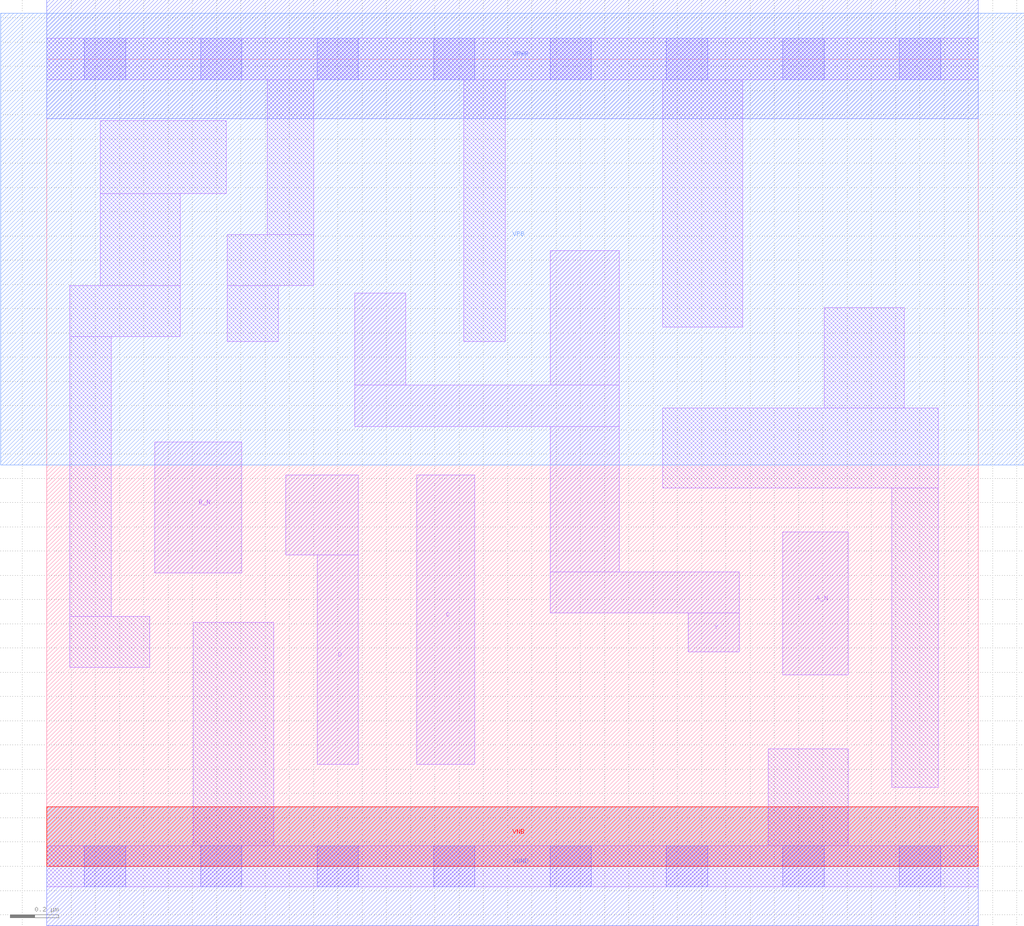
<source format=lef>
# Copyright 2020 The SkyWater PDK Authors
#
# Licensed under the Apache License, Version 2.0 (the "License");
# you may not use this file except in compliance with the License.
# You may obtain a copy of the License at
#
#     https://www.apache.org/licenses/LICENSE-2.0
#
# Unless required by applicable law or agreed to in writing, software
# distributed under the License is distributed on an "AS IS" BASIS,
# WITHOUT WARRANTIES OR CONDITIONS OF ANY KIND, either express or implied.
# See the License for the specific language governing permissions and
# limitations under the License.
#
# SPDX-License-Identifier: Apache-2.0

VERSION 5.7 ;
  NOWIREEXTENSIONATPIN ON ;
  DIVIDERCHAR "/" ;
  BUSBITCHARS "[]" ;
MACRO sky130_fd_sc_lp__nand4bb_m
  CLASS CORE ;
  FOREIGN sky130_fd_sc_lp__nand4bb_m ;
  ORIGIN  0.000000  0.000000 ;
  SIZE  3.840000 BY  3.330000 ;
  SYMMETRY X Y R90 ;
  SITE unit ;
  PIN A_N
    ANTENNAGATEAREA  0.126000 ;
    DIRECTION INPUT ;
    USE SIGNAL ;
    PORT
      LAYER li1 ;
        RECT 3.035000 0.790000 3.305000 1.380000 ;
    END
  END A_N
  PIN B_N
    ANTENNAGATEAREA  0.126000 ;
    DIRECTION INPUT ;
    USE SIGNAL ;
    PORT
      LAYER li1 ;
        RECT 0.445000 1.210000 0.805000 1.750000 ;
    END
  END B_N
  PIN C
    ANTENNAGATEAREA  0.126000 ;
    DIRECTION INPUT ;
    USE SIGNAL ;
    PORT
      LAYER li1 ;
        RECT 1.525000 0.420000 1.765000 1.615000 ;
    END
  END C
  PIN D
    ANTENNAGATEAREA  0.126000 ;
    DIRECTION INPUT ;
    USE SIGNAL ;
    PORT
      LAYER li1 ;
        RECT 0.985000 1.285000 1.285000 1.615000 ;
        RECT 1.115000 0.420000 1.285000 1.285000 ;
    END
  END D
  PIN Y
    ANTENNADIFFAREA  0.377700 ;
    DIRECTION OUTPUT ;
    USE SIGNAL ;
    PORT
      LAYER li1 ;
        RECT 1.270000 1.815000 2.360000 1.985000 ;
        RECT 1.270000 1.985000 1.480000 2.365000 ;
        RECT 2.075000 1.045000 2.855000 1.215000 ;
        RECT 2.075000 1.215000 2.360000 1.815000 ;
        RECT 2.075000 1.985000 2.360000 2.540000 ;
        RECT 2.645000 0.885000 2.855000 1.045000 ;
    END
  END Y
  PIN VGND
    DIRECTION INOUT ;
    USE GROUND ;
    PORT
      LAYER met1 ;
        RECT 0.000000 -0.245000 3.840000 0.245000 ;
    END
  END VGND
  PIN VNB
    DIRECTION INOUT ;
    USE GROUND ;
    PORT
      LAYER pwell ;
        RECT 0.000000 0.000000 3.840000 0.245000 ;
    END
  END VNB
  PIN VPB
    DIRECTION INOUT ;
    USE POWER ;
    PORT
      LAYER nwell ;
        RECT -0.190000 1.655000 4.030000 3.520000 ;
    END
  END VPB
  PIN VPWR
    DIRECTION INOUT ;
    USE POWER ;
    PORT
      LAYER met1 ;
        RECT 0.000000 3.085000 3.840000 3.575000 ;
    END
  END VPWR
  OBS
    LAYER li1 ;
      RECT 0.000000 -0.085000 3.840000 0.085000 ;
      RECT 0.000000  3.245000 3.840000 3.415000 ;
      RECT 0.095000  0.820000 0.425000 1.030000 ;
      RECT 0.095000  1.030000 0.265000 2.185000 ;
      RECT 0.095000  2.185000 0.550000 2.395000 ;
      RECT 0.220000  2.395000 0.550000 2.775000 ;
      RECT 0.220000  2.775000 0.740000 3.075000 ;
      RECT 0.605000  0.085000 0.935000 1.005000 ;
      RECT 0.745000  2.165000 0.955000 2.395000 ;
      RECT 0.745000  2.395000 1.100000 2.605000 ;
      RECT 0.910000  2.605000 1.100000 3.245000 ;
      RECT 1.720000  2.165000 1.890000 3.245000 ;
      RECT 2.540000  1.560000 3.675000 1.890000 ;
      RECT 2.540000  2.225000 2.870000 3.245000 ;
      RECT 2.975000  0.085000 3.305000 0.485000 ;
      RECT 3.205000  1.890000 3.535000 2.305000 ;
      RECT 3.485000  0.325000 3.675000 1.560000 ;
    LAYER mcon ;
      RECT 0.155000 -0.085000 0.325000 0.085000 ;
      RECT 0.155000  3.245000 0.325000 3.415000 ;
      RECT 0.635000 -0.085000 0.805000 0.085000 ;
      RECT 0.635000  3.245000 0.805000 3.415000 ;
      RECT 1.115000 -0.085000 1.285000 0.085000 ;
      RECT 1.115000  3.245000 1.285000 3.415000 ;
      RECT 1.595000 -0.085000 1.765000 0.085000 ;
      RECT 1.595000  3.245000 1.765000 3.415000 ;
      RECT 2.075000 -0.085000 2.245000 0.085000 ;
      RECT 2.075000  3.245000 2.245000 3.415000 ;
      RECT 2.555000 -0.085000 2.725000 0.085000 ;
      RECT 2.555000  3.245000 2.725000 3.415000 ;
      RECT 3.035000 -0.085000 3.205000 0.085000 ;
      RECT 3.035000  3.245000 3.205000 3.415000 ;
      RECT 3.515000 -0.085000 3.685000 0.085000 ;
      RECT 3.515000  3.245000 3.685000 3.415000 ;
  END
END sky130_fd_sc_lp__nand4bb_m
END LIBRARY

</source>
